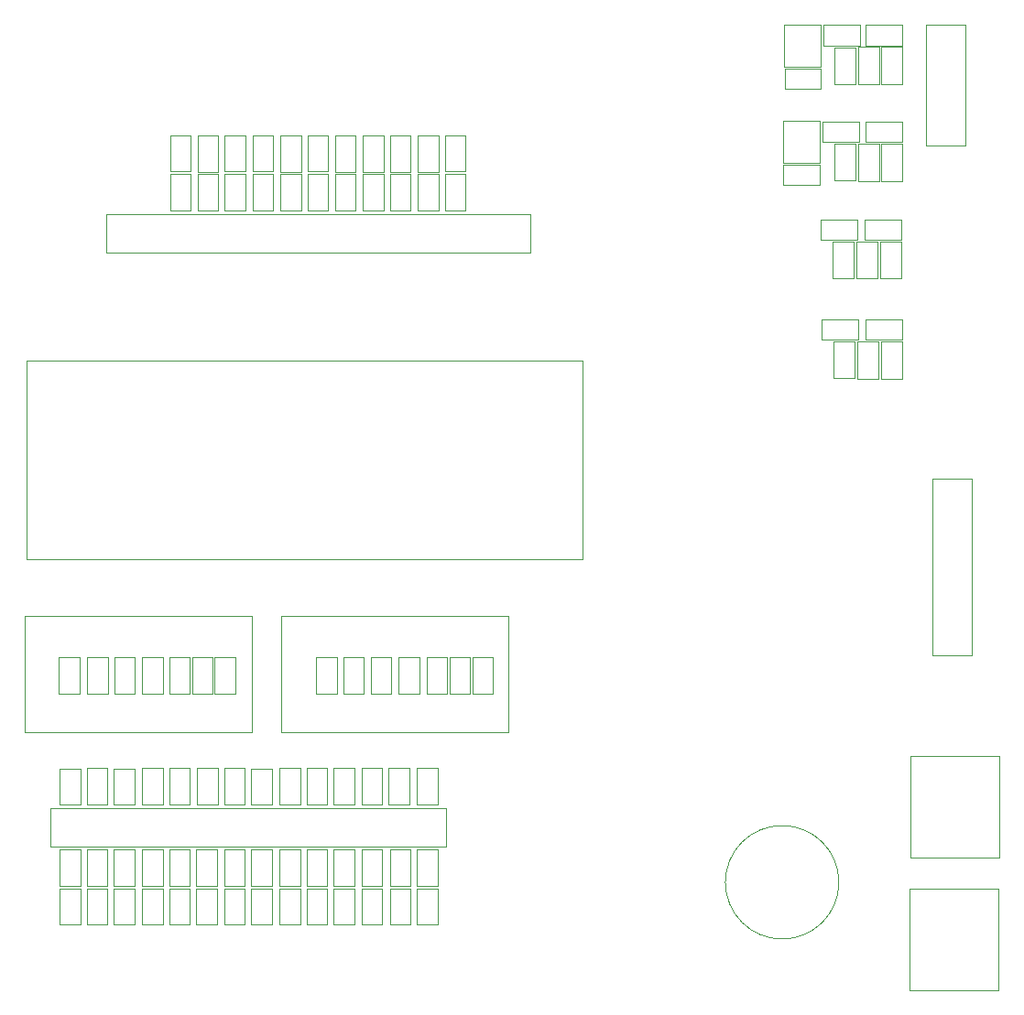
<source format=gbr>
G04 #@! TF.GenerationSoftware,KiCad,Pcbnew,8.0.6*
G04 #@! TF.CreationDate,2024-12-02T12:53:20+01:00*
G04 #@! TF.ProjectId,PCB_Tester,5043425f-5465-4737-9465-722e6b696361,rev?*
G04 #@! TF.SameCoordinates,Original*
G04 #@! TF.FileFunction,Other,User*
%FSLAX46Y46*%
G04 Gerber Fmt 4.6, Leading zero omitted, Abs format (unit mm)*
G04 Created by KiCad (PCBNEW 8.0.6) date 2024-12-02 12:53:20*
%MOMM*%
%LPD*%
G01*
G04 APERTURE LIST*
%ADD10C,0.050000*%
G04 APERTURE END LIST*
D10*
G04 #@! TO.C,J6*
X178700000Y-85600000D02*
X178700000Y-101900000D01*
X178700000Y-101900000D02*
X182300000Y-101900000D01*
X182300000Y-85600000D02*
X178700000Y-85600000D01*
X182300000Y-101900000D02*
X182300000Y-85600000D01*
G04 #@! TO.C,C9*
X170050000Y-122932323D02*
G75*
G02*
X159550000Y-122932323I-5250000J0D01*
G01*
X159550000Y-122932323D02*
G75*
G02*
X170050000Y-122932323I5250000J0D01*
G01*
G04 #@! TO.C,J5*
X176550000Y-132950000D02*
X184800000Y-132950000D01*
X184800000Y-132950000D02*
X184800000Y-123550000D01*
X176550000Y-123550000D02*
X176550000Y-132950000D01*
X184800000Y-123550000D02*
X176550000Y-123550000D01*
G04 #@! TO.C,J4*
X176650000Y-120650000D02*
X184900000Y-120650000D01*
X184900000Y-120650000D02*
X184900000Y-111250000D01*
X176650000Y-111250000D02*
X176650000Y-120650000D01*
X184900000Y-111250000D02*
X176650000Y-111250000D01*
G04 #@! TO.C,R27*
X128530000Y-119892500D02*
X130430000Y-119892500D01*
X128530000Y-123252500D02*
X128530000Y-119892500D01*
X130430000Y-119892500D02*
X130430000Y-123252500D01*
X130430000Y-123252500D02*
X128530000Y-123252500D01*
G04 #@! TO.C,R49*
X118450000Y-57432500D02*
X120350000Y-57432500D01*
X118450000Y-60792500D02*
X118450000Y-57432500D01*
X120350000Y-57432500D02*
X120350000Y-60792500D01*
X120350000Y-60792500D02*
X118450000Y-60792500D01*
G04 #@! TO.C,D8*
X115730000Y-123492500D02*
X117630000Y-123492500D01*
X115730000Y-126852500D02*
X115730000Y-123492500D01*
X117630000Y-123492500D02*
X117630000Y-126852500D01*
X117630000Y-126852500D02*
X115730000Y-126852500D01*
G04 #@! TO.C,D11*
X123330000Y-123492500D02*
X125230000Y-123492500D01*
X123330000Y-126852500D02*
X123330000Y-123492500D01*
X125230000Y-123492500D02*
X125230000Y-126852500D01*
X125230000Y-126852500D02*
X123330000Y-126852500D01*
G04 #@! TO.C,R29*
X168520000Y-52550000D02*
X171880000Y-52550000D01*
X168520000Y-54450000D02*
X168520000Y-52550000D01*
X171880000Y-52550000D02*
X171880000Y-54450000D01*
X171880000Y-54450000D02*
X168520000Y-54450000D01*
G04 #@! TO.C,R45*
X128550000Y-57432500D02*
X130450000Y-57432500D01*
X128550000Y-60792500D02*
X128550000Y-57432500D01*
X130450000Y-57432500D02*
X130450000Y-60792500D01*
X130450000Y-60792500D02*
X128550000Y-60792500D01*
G04 #@! TO.C,R20*
X110630000Y-119880000D02*
X112530000Y-119880000D01*
X110630000Y-123240000D02*
X110630000Y-119880000D01*
X112530000Y-119880000D02*
X112530000Y-123240000D01*
X112530000Y-123240000D02*
X110630000Y-123240000D01*
G04 #@! TO.C,R5*
X108130000Y-112380000D02*
X110030000Y-112380000D01*
X108130000Y-115740000D02*
X108130000Y-112380000D01*
X110030000Y-112380000D02*
X110030000Y-115740000D01*
X110030000Y-115740000D02*
X108130000Y-115740000D01*
G04 #@! TO.C,R1*
X98030000Y-112405000D02*
X99930000Y-112405000D01*
X98030000Y-115765000D02*
X98030000Y-112405000D01*
X99930000Y-112405000D02*
X99930000Y-115765000D01*
X99930000Y-115765000D02*
X98030000Y-115765000D01*
G04 #@! TO.C,D17*
X128550000Y-53857500D02*
X130450000Y-53857500D01*
X128550000Y-57217500D02*
X128550000Y-53857500D01*
X130450000Y-53857500D02*
X130450000Y-57217500D01*
X130450000Y-57217500D02*
X128550000Y-57217500D01*
G04 #@! TO.C,J2*
X102350000Y-61100000D02*
X102350000Y-64700000D01*
X102350000Y-64700000D02*
X141500000Y-64700000D01*
X141500000Y-61100000D02*
X102350000Y-61100000D01*
X141500000Y-64700000D02*
X141500000Y-61100000D01*
G04 #@! TO.C,R57*
X105650000Y-102107500D02*
X107550000Y-102107500D01*
X105650000Y-105467500D02*
X105650000Y-102107500D01*
X107550000Y-102107500D02*
X107550000Y-105467500D01*
X107550000Y-105467500D02*
X105650000Y-105467500D01*
G04 #@! TO.C,C6*
X173920000Y-54650000D02*
X175880000Y-54650000D01*
X173920000Y-58050000D02*
X173920000Y-54650000D01*
X175880000Y-54650000D02*
X175880000Y-58050000D01*
X175880000Y-58050000D02*
X173920000Y-58050000D01*
G04 #@! TO.C,R43*
X164907500Y-56550000D02*
X168267500Y-56550000D01*
X164907500Y-58450000D02*
X164907500Y-56550000D01*
X168267500Y-56550000D02*
X168267500Y-58450000D01*
X168267500Y-58450000D02*
X164907500Y-58450000D01*
G04 #@! TO.C,D2*
X100530000Y-123492500D02*
X102430000Y-123492500D01*
X100530000Y-126852500D02*
X100530000Y-123492500D01*
X102430000Y-123492500D02*
X102430000Y-126852500D01*
X102430000Y-126852500D02*
X100530000Y-126852500D01*
G04 #@! TO.C,C5*
X171820000Y-54650000D02*
X173780000Y-54650000D01*
X171820000Y-58050000D02*
X171820000Y-54650000D01*
X173780000Y-54650000D02*
X173780000Y-58050000D01*
X173780000Y-58050000D02*
X171820000Y-58050000D01*
G04 #@! TO.C,R25*
X123330000Y-119892500D02*
X125230000Y-119892500D01*
X123330000Y-123252500D02*
X123330000Y-119892500D01*
X125230000Y-119892500D02*
X125230000Y-123252500D01*
X125230000Y-123252500D02*
X123330000Y-123252500D01*
G04 #@! TO.C,D13*
X128530000Y-123492500D02*
X130430000Y-123492500D01*
X128530000Y-126852500D02*
X128530000Y-123492500D01*
X130430000Y-123492500D02*
X130430000Y-126852500D01*
X130430000Y-126852500D02*
X128530000Y-126852500D01*
G04 #@! TO.C,R55*
X100550000Y-102132500D02*
X102450000Y-102132500D01*
X100550000Y-105492500D02*
X100550000Y-102132500D01*
X102450000Y-102132500D02*
X102450000Y-105492500D01*
X102450000Y-105492500D02*
X100550000Y-105492500D01*
G04 #@! TO.C,R46*
X126050000Y-57432500D02*
X127950000Y-57432500D01*
X126050000Y-60792500D02*
X126050000Y-57432500D01*
X127950000Y-57432500D02*
X127950000Y-60792500D01*
X127950000Y-60792500D02*
X126050000Y-60792500D01*
G04 #@! TO.C,R8*
X115730000Y-112405000D02*
X117630000Y-112405000D01*
X115730000Y-115765000D02*
X115730000Y-112405000D01*
X117630000Y-112405000D02*
X117630000Y-115765000D01*
X117630000Y-115765000D02*
X115730000Y-115765000D01*
G04 #@! TO.C,D19*
X123450000Y-53857500D02*
X125350000Y-53857500D01*
X123450000Y-57217500D02*
X123450000Y-53857500D01*
X125350000Y-53857500D02*
X125350000Y-57217500D01*
X125350000Y-57217500D02*
X123450000Y-57217500D01*
G04 #@! TO.C,R54*
X97950000Y-102107500D02*
X99850000Y-102107500D01*
X97950000Y-105467500D02*
X97950000Y-102107500D01*
X99850000Y-102107500D02*
X99850000Y-105467500D01*
X99850000Y-105467500D02*
X97950000Y-105467500D01*
G04 #@! TO.C,C1*
X171645000Y-63675000D02*
X173605000Y-63675000D01*
X171645000Y-67075000D02*
X171645000Y-63675000D01*
X173605000Y-63675000D02*
X173605000Y-67075000D01*
X173605000Y-67075000D02*
X171645000Y-67075000D01*
G04 #@! TO.C,D7*
X113230000Y-123492500D02*
X115130000Y-123492500D01*
X113230000Y-126852500D02*
X113230000Y-123492500D01*
X115130000Y-123492500D02*
X115130000Y-126852500D01*
X115130000Y-126852500D02*
X113230000Y-126852500D01*
G04 #@! TO.C,C4*
X173945000Y-72925000D02*
X175905000Y-72925000D01*
X173945000Y-76325000D02*
X173945000Y-72925000D01*
X175905000Y-72925000D02*
X175905000Y-76325000D01*
X175905000Y-76325000D02*
X173945000Y-76325000D01*
G04 #@! TO.C,R47*
X123450000Y-57432500D02*
X125350000Y-57432500D01*
X123450000Y-60792500D02*
X123450000Y-57432500D01*
X125350000Y-57432500D02*
X125350000Y-60792500D01*
X125350000Y-60792500D02*
X123450000Y-60792500D01*
G04 #@! TO.C,R26*
X125930000Y-119892500D02*
X127830000Y-119892500D01*
X125930000Y-123252500D02*
X125930000Y-119892500D01*
X127830000Y-119892500D02*
X127830000Y-123252500D01*
X127830000Y-123252500D02*
X125930000Y-123252500D01*
G04 #@! TO.C,D5*
X108130000Y-123492500D02*
X110030000Y-123492500D01*
X108130000Y-126852500D02*
X108130000Y-123492500D01*
X110030000Y-123492500D02*
X110030000Y-126852500D01*
X110030000Y-126852500D02*
X108130000Y-126852500D01*
G04 #@! TO.C,R17*
X103030000Y-119892500D02*
X104930000Y-119892500D01*
X103030000Y-123252500D02*
X103030000Y-119892500D01*
X104930000Y-119892500D02*
X104930000Y-123252500D01*
X104930000Y-123252500D02*
X103030000Y-123252500D01*
G04 #@! TO.C,R42*
X172545000Y-70825000D02*
X175905000Y-70825000D01*
X172545000Y-72725000D02*
X172545000Y-70825000D01*
X175905000Y-70825000D02*
X175905000Y-72725000D01*
X175905000Y-72725000D02*
X172545000Y-72725000D01*
G04 #@! TO.C,R63*
X126750000Y-102132500D02*
X128650000Y-102132500D01*
X126750000Y-105492500D02*
X126750000Y-102132500D01*
X128650000Y-102132500D02*
X128650000Y-105492500D01*
X128650000Y-105492500D02*
X126750000Y-105492500D01*
G04 #@! TO.C,R36*
X169650000Y-45707500D02*
X171550000Y-45707500D01*
X169650000Y-49067500D02*
X169650000Y-45707500D01*
X171550000Y-45707500D02*
X171550000Y-49067500D01*
X171550000Y-49067500D02*
X169650000Y-49067500D01*
G04 #@! TO.C,J1*
X97140000Y-116072500D02*
X97140000Y-119672500D01*
X97140000Y-119672500D02*
X133740000Y-119672500D01*
X133740000Y-116072500D02*
X97140000Y-116072500D01*
X133740000Y-119672500D02*
X133740000Y-116072500D01*
G04 #@! TO.C,R12*
X125930000Y-112380000D02*
X127830000Y-112380000D01*
X125930000Y-115740000D02*
X125930000Y-112380000D01*
X127830000Y-112380000D02*
X127830000Y-115740000D01*
X127830000Y-115740000D02*
X125930000Y-115740000D01*
G04 #@! TO.C,R10*
X120830000Y-112392500D02*
X122730000Y-112392500D01*
X120830000Y-115752500D02*
X120830000Y-112392500D01*
X122730000Y-112392500D02*
X122730000Y-115752500D01*
X122730000Y-115752500D02*
X120830000Y-115752500D01*
G04 #@! TO.C,R67*
X136150000Y-102132500D02*
X138050000Y-102132500D01*
X136150000Y-105492500D02*
X136150000Y-102132500D01*
X138050000Y-102132500D02*
X138050000Y-105492500D01*
X138050000Y-105492500D02*
X136150000Y-105492500D01*
G04 #@! TO.C,R37*
X172507500Y-43625000D02*
X175867500Y-43625000D01*
X172507500Y-45525000D02*
X172507500Y-43625000D01*
X175867500Y-43625000D02*
X175867500Y-45525000D01*
X175867500Y-45525000D02*
X172507500Y-45525000D01*
G04 #@! TO.C,R28*
X131030000Y-119880000D02*
X132930000Y-119880000D01*
X131030000Y-123240000D02*
X131030000Y-119880000D01*
X132930000Y-119880000D02*
X132930000Y-123240000D01*
X132930000Y-123240000D02*
X131030000Y-123240000D01*
G04 #@! TO.C,R19*
X108130000Y-119880000D02*
X110030000Y-119880000D01*
X108130000Y-123240000D02*
X108130000Y-119880000D01*
X110030000Y-119880000D02*
X110030000Y-123240000D01*
X110030000Y-123240000D02*
X108130000Y-123240000D01*
G04 #@! TO.C,R58*
X108150000Y-102132500D02*
X110050000Y-102132500D01*
X108150000Y-105492500D02*
X108150000Y-102132500D01*
X110050000Y-102132500D02*
X110050000Y-105492500D01*
X110050000Y-105492500D02*
X108150000Y-105492500D01*
G04 #@! TO.C,D20*
X120950000Y-53820000D02*
X122850000Y-53820000D01*
X120950000Y-57180000D02*
X120950000Y-53820000D01*
X122850000Y-53820000D02*
X122850000Y-57180000D01*
X122850000Y-57180000D02*
X120950000Y-57180000D01*
G04 #@! TO.C,U3*
X146390000Y-93050000D02*
X146390000Y-74700000D01*
X146390000Y-74700000D02*
X94940000Y-74700000D01*
X94940000Y-93050000D02*
X146390000Y-93050000D01*
X94940000Y-74700000D02*
X94940000Y-93050000D01*
G04 #@! TO.C,D9*
X118330000Y-123492500D02*
X120230000Y-123492500D01*
X118330000Y-126852500D02*
X118330000Y-123492500D01*
X120230000Y-123492500D02*
X120230000Y-126852500D01*
X120230000Y-126852500D02*
X118330000Y-126852500D01*
G04 #@! TO.C,D6*
X110630000Y-123492500D02*
X112530000Y-123492500D01*
X110630000Y-126852500D02*
X110630000Y-123492500D01*
X112530000Y-123492500D02*
X112530000Y-126852500D01*
X112530000Y-126852500D02*
X110630000Y-126852500D01*
G04 #@! TO.C,R15*
X98030000Y-119892500D02*
X99930000Y-119892500D01*
X98030000Y-123252500D02*
X98030000Y-119892500D01*
X99930000Y-119892500D02*
X99930000Y-123252500D01*
X99930000Y-123252500D02*
X98030000Y-123252500D01*
G04 #@! TO.C,R39*
X131150000Y-57432500D02*
X133050000Y-57432500D01*
X131150000Y-60792500D02*
X131150000Y-57432500D01*
X133050000Y-57432500D02*
X133050000Y-60792500D01*
X133050000Y-60792500D02*
X131150000Y-60792500D01*
G04 #@! TO.C,D10*
X120830000Y-123492500D02*
X122730000Y-123492500D01*
X120830000Y-126852500D02*
X120830000Y-123492500D01*
X122730000Y-123492500D02*
X122730000Y-126852500D01*
X122730000Y-126852500D02*
X120830000Y-126852500D01*
G04 #@! TO.C,U2*
X118500000Y-98330000D02*
X118500000Y-109030000D01*
X118500000Y-109030000D02*
X139500000Y-109030000D01*
X139500000Y-98330000D02*
X118500000Y-98330000D01*
X139500000Y-109030000D02*
X139500000Y-98330000D01*
G04 #@! TO.C,R61*
X121750000Y-102132500D02*
X123650000Y-102132500D01*
X121750000Y-105492500D02*
X121750000Y-102132500D01*
X123650000Y-102132500D02*
X123650000Y-105492500D01*
X123650000Y-105492500D02*
X121750000Y-105492500D01*
G04 #@! TO.C,R9*
X118330000Y-112392500D02*
X120230000Y-112392500D01*
X118330000Y-115752500D02*
X118330000Y-112392500D01*
X120230000Y-112392500D02*
X120230000Y-115752500D01*
X120230000Y-115752500D02*
X118330000Y-115752500D01*
G04 #@! TO.C,R7*
X113230000Y-112380000D02*
X115130000Y-112380000D01*
X113230000Y-115740000D02*
X113230000Y-112380000D01*
X115130000Y-112380000D02*
X115130000Y-115740000D01*
X115130000Y-115740000D02*
X113230000Y-115740000D01*
G04 #@! TO.C,D3*
X103030000Y-123492500D02*
X104930000Y-123492500D01*
X103030000Y-126852500D02*
X103030000Y-123492500D01*
X104930000Y-123492500D02*
X104930000Y-126852500D01*
X104930000Y-126852500D02*
X103030000Y-126852500D01*
G04 #@! TO.C,R56*
X103050000Y-102132500D02*
X104950000Y-102132500D01*
X103050000Y-105492500D02*
X103050000Y-102132500D01*
X104950000Y-102132500D02*
X104950000Y-105492500D01*
X104950000Y-105492500D02*
X103050000Y-105492500D01*
G04 #@! TO.C,R59*
X110250000Y-102132500D02*
X112150000Y-102132500D01*
X110250000Y-105492500D02*
X110250000Y-102132500D01*
X112150000Y-102132500D02*
X112150000Y-105492500D01*
X112150000Y-105492500D02*
X110250000Y-105492500D01*
G04 #@! TO.C,C8*
X173920000Y-45675000D02*
X175880000Y-45675000D01*
X173920000Y-49075000D02*
X173920000Y-45675000D01*
X175880000Y-45675000D02*
X175880000Y-49075000D01*
X175880000Y-49075000D02*
X173920000Y-49075000D01*
G04 #@! TO.C,D21*
X118450000Y-53857500D02*
X120350000Y-53857500D01*
X118450000Y-57217500D02*
X118450000Y-53857500D01*
X120350000Y-53857500D02*
X120350000Y-57217500D01*
X120350000Y-57217500D02*
X118450000Y-57217500D01*
G04 #@! TO.C,R50*
X115850000Y-57420000D02*
X117750000Y-57420000D01*
X115850000Y-60780000D02*
X115850000Y-57420000D01*
X117750000Y-57420000D02*
X117750000Y-60780000D01*
X117750000Y-60780000D02*
X115850000Y-60780000D01*
G04 #@! TO.C,R60*
X112350000Y-102132500D02*
X114250000Y-102132500D01*
X112350000Y-105492500D02*
X112350000Y-102132500D01*
X114250000Y-102132500D02*
X114250000Y-105492500D01*
X114250000Y-105492500D02*
X112350000Y-105492500D01*
G04 #@! TO.C,R64*
X129350000Y-102132500D02*
X131250000Y-102132500D01*
X129350000Y-105492500D02*
X129350000Y-102132500D01*
X131250000Y-102132500D02*
X131250000Y-105492500D01*
X131250000Y-105492500D02*
X129350000Y-105492500D01*
G04 #@! TO.C,R51*
X113250000Y-57420000D02*
X115150000Y-57420000D01*
X113250000Y-60780000D02*
X113250000Y-57420000D01*
X115150000Y-57420000D02*
X115150000Y-60780000D01*
X115150000Y-60780000D02*
X113250000Y-60780000D01*
G04 #@! TO.C,R48*
X120950000Y-57432500D02*
X122850000Y-57432500D01*
X120950000Y-60792500D02*
X120950000Y-57432500D01*
X122850000Y-57432500D02*
X122850000Y-60792500D01*
X122850000Y-60792500D02*
X120950000Y-60792500D01*
G04 #@! TO.C,R35*
X168607500Y-43625000D02*
X171967500Y-43625000D01*
X168607500Y-45525000D02*
X168607500Y-43625000D01*
X171967500Y-43625000D02*
X171967500Y-45525000D01*
X171967500Y-45525000D02*
X168607500Y-45525000D01*
G04 #@! TO.C,R44*
X165020000Y-47650000D02*
X168380000Y-47650000D01*
X165020000Y-49550000D02*
X165020000Y-47650000D01*
X168380000Y-47650000D02*
X168380000Y-49550000D01*
X168380000Y-49550000D02*
X165020000Y-49550000D01*
G04 #@! TO.C,D4*
X105630000Y-123492500D02*
X107530000Y-123492500D01*
X105630000Y-126852500D02*
X105630000Y-123492500D01*
X107530000Y-123492500D02*
X107530000Y-126852500D01*
X107530000Y-126852500D02*
X105630000Y-126852500D01*
G04 #@! TO.C,R23*
X118330000Y-119905000D02*
X120230000Y-119905000D01*
X118330000Y-123265000D02*
X118330000Y-119905000D01*
X120230000Y-119905000D02*
X120230000Y-123265000D01*
X120230000Y-123265000D02*
X118330000Y-123265000D01*
G04 #@! TO.C,R62*
X124250000Y-102132500D02*
X126150000Y-102132500D01*
X124250000Y-105492500D02*
X124250000Y-102132500D01*
X126150000Y-102132500D02*
X126150000Y-105492500D01*
X126150000Y-105492500D02*
X124250000Y-105492500D01*
G04 #@! TO.C,J3*
X178100000Y-43600000D02*
X178100000Y-54800000D01*
X178100000Y-54800000D02*
X181700000Y-54800000D01*
X181700000Y-43600000D02*
X178100000Y-43600000D01*
X181700000Y-54800000D02*
X181700000Y-43600000D01*
G04 #@! TO.C,R53*
X108250000Y-57432500D02*
X110150000Y-57432500D01*
X108250000Y-60792500D02*
X108250000Y-57432500D01*
X110150000Y-57432500D02*
X110150000Y-60792500D01*
X110150000Y-60792500D02*
X108250000Y-60792500D01*
G04 #@! TO.C,R40*
X168457500Y-70825000D02*
X171817500Y-70825000D01*
X168457500Y-72725000D02*
X168457500Y-70825000D01*
X171817500Y-70825000D02*
X171817500Y-72725000D01*
X171817500Y-72725000D02*
X168457500Y-72725000D01*
G04 #@! TO.C,D16*
X131150000Y-53857500D02*
X133050000Y-53857500D01*
X131150000Y-57217500D02*
X131150000Y-53857500D01*
X133050000Y-53857500D02*
X133050000Y-57217500D01*
X133050000Y-57217500D02*
X131150000Y-57217500D01*
G04 #@! TO.C,D23*
X113250000Y-53820000D02*
X115150000Y-53820000D01*
X113250000Y-57180000D02*
X113250000Y-53820000D01*
X115150000Y-53820000D02*
X115150000Y-57180000D01*
X115150000Y-57180000D02*
X113250000Y-57180000D01*
G04 #@! TO.C,U1*
X94780000Y-98310000D02*
X94780000Y-109010000D01*
X94780000Y-109010000D02*
X115780000Y-109010000D01*
X115780000Y-98310000D02*
X94780000Y-98310000D01*
X115780000Y-109010000D02*
X115780000Y-98310000D01*
G04 #@! TO.C,D14*
X131030000Y-123492500D02*
X132930000Y-123492500D01*
X131030000Y-126852500D02*
X131030000Y-123492500D01*
X132930000Y-123492500D02*
X132930000Y-126852500D01*
X132930000Y-126852500D02*
X131030000Y-126852500D01*
G04 #@! TO.C,R66*
X134050000Y-102132500D02*
X135950000Y-102132500D01*
X134050000Y-105492500D02*
X134050000Y-102132500D01*
X135950000Y-102132500D02*
X135950000Y-105492500D01*
X135950000Y-105492500D02*
X134050000Y-105492500D01*
G04 #@! TO.C,R16*
X100530000Y-119892500D02*
X102430000Y-119892500D01*
X100530000Y-123252500D02*
X100530000Y-119892500D01*
X102430000Y-119892500D02*
X102430000Y-123252500D01*
X102430000Y-123252500D02*
X100530000Y-123252500D01*
G04 #@! TO.C,R30*
X169650000Y-54632500D02*
X171550000Y-54632500D01*
X169650000Y-57992500D02*
X169650000Y-54632500D01*
X171550000Y-54632500D02*
X171550000Y-57992500D01*
X171550000Y-57992500D02*
X169650000Y-57992500D01*
G04 #@! TO.C,C3*
X171745000Y-72925000D02*
X173705000Y-72925000D01*
X171745000Y-76325000D02*
X171745000Y-72925000D01*
X173705000Y-72925000D02*
X173705000Y-76325000D01*
X173705000Y-76325000D02*
X171745000Y-76325000D01*
G04 #@! TO.C,D12*
X125930000Y-123492500D02*
X127830000Y-123492500D01*
X125930000Y-126852500D02*
X125930000Y-123492500D01*
X127830000Y-123492500D02*
X127830000Y-126852500D01*
X127830000Y-126852500D02*
X125930000Y-126852500D01*
G04 #@! TO.C,Q1*
X164900000Y-52517500D02*
X164900000Y-56357500D01*
X164900000Y-56357500D02*
X168300000Y-56357500D01*
X168300000Y-52517500D02*
X164900000Y-52517500D01*
X168300000Y-56357500D02*
X168300000Y-52517500D01*
G04 #@! TO.C,D25*
X108250000Y-53820000D02*
X110150000Y-53820000D01*
X108250000Y-57180000D02*
X108250000Y-53820000D01*
X110150000Y-53820000D02*
X110150000Y-57180000D01*
X110150000Y-57180000D02*
X108250000Y-57180000D01*
G04 #@! TO.C,D24*
X110750000Y-53857500D02*
X112650000Y-53857500D01*
X110750000Y-57217500D02*
X110750000Y-53857500D01*
X112650000Y-53857500D02*
X112650000Y-57217500D01*
X112650000Y-57217500D02*
X110750000Y-57217500D01*
G04 #@! TO.C,R2*
X100530000Y-112392500D02*
X102430000Y-112392500D01*
X100530000Y-115752500D02*
X100530000Y-112392500D01*
X102430000Y-112392500D02*
X102430000Y-115752500D01*
X102430000Y-115752500D02*
X100530000Y-115752500D01*
G04 #@! TO.C,D18*
X126050000Y-53857500D02*
X127950000Y-53857500D01*
X126050000Y-57217500D02*
X126050000Y-53857500D01*
X127950000Y-53857500D02*
X127950000Y-57217500D01*
X127950000Y-57217500D02*
X126050000Y-57217500D01*
G04 #@! TO.C,R34*
X172520000Y-52550000D02*
X175880000Y-52550000D01*
X172520000Y-54450000D02*
X172520000Y-52550000D01*
X175880000Y-52550000D02*
X175880000Y-54450000D01*
X175880000Y-54450000D02*
X172520000Y-54450000D01*
G04 #@! TO.C,C2*
X173845000Y-63675000D02*
X175805000Y-63675000D01*
X173845000Y-67075000D02*
X173845000Y-63675000D01*
X175805000Y-63675000D02*
X175805000Y-67075000D01*
X175805000Y-67075000D02*
X173845000Y-67075000D01*
G04 #@! TO.C,C7*
X171820000Y-45675000D02*
X173780000Y-45675000D01*
X171820000Y-49075000D02*
X171820000Y-45675000D01*
X173780000Y-45675000D02*
X173780000Y-49075000D01*
X173780000Y-49075000D02*
X171820000Y-49075000D01*
G04 #@! TO.C,R13*
X128430000Y-112392500D02*
X130330000Y-112392500D01*
X128430000Y-115752500D02*
X128430000Y-112392500D01*
X130330000Y-112392500D02*
X130330000Y-115752500D01*
X130330000Y-115752500D02*
X128430000Y-115752500D01*
G04 #@! TO.C,R3*
X103030000Y-112405000D02*
X104930000Y-112405000D01*
X103030000Y-115765000D02*
X103030000Y-112405000D01*
X104930000Y-112405000D02*
X104930000Y-115765000D01*
X104930000Y-115765000D02*
X103030000Y-115765000D01*
G04 #@! TO.C,R21*
X113230000Y-119880000D02*
X115130000Y-119880000D01*
X113230000Y-123240000D02*
X113230000Y-119880000D01*
X115130000Y-119880000D02*
X115130000Y-123240000D01*
X115130000Y-123240000D02*
X113230000Y-123240000D01*
G04 #@! TO.C,R6*
X110730000Y-112380000D02*
X112630000Y-112380000D01*
X110730000Y-115740000D02*
X110730000Y-112380000D01*
X112630000Y-112380000D02*
X112630000Y-115740000D01*
X112630000Y-115740000D02*
X110730000Y-115740000D01*
G04 #@! TO.C,R33*
X172432500Y-61625000D02*
X175792500Y-61625000D01*
X172432500Y-63525000D02*
X172432500Y-61625000D01*
X175792500Y-61625000D02*
X175792500Y-63525000D01*
X175792500Y-63525000D02*
X172432500Y-63525000D01*
G04 #@! TO.C,R18*
X105630000Y-119880000D02*
X107530000Y-119880000D01*
X105630000Y-123240000D02*
X105630000Y-119880000D01*
X107530000Y-119880000D02*
X107530000Y-123240000D01*
X107530000Y-123240000D02*
X105630000Y-123240000D01*
G04 #@! TO.C,R32*
X169475000Y-63682500D02*
X171375000Y-63682500D01*
X169475000Y-67042500D02*
X169475000Y-63682500D01*
X171375000Y-63682500D02*
X171375000Y-67042500D01*
X171375000Y-67042500D02*
X169475000Y-67042500D01*
G04 #@! TO.C,R52*
X110750000Y-57432500D02*
X112650000Y-57432500D01*
X110750000Y-60792500D02*
X110750000Y-57432500D01*
X112650000Y-57432500D02*
X112650000Y-60792500D01*
X112650000Y-60792500D02*
X110750000Y-60792500D01*
G04 #@! TO.C,D22*
X115850000Y-53820000D02*
X117750000Y-53820000D01*
X115850000Y-57180000D02*
X115850000Y-53820000D01*
X117750000Y-53820000D02*
X117750000Y-57180000D01*
X117750000Y-57180000D02*
X115850000Y-57180000D01*
G04 #@! TO.C,D15*
X133650000Y-53820000D02*
X135550000Y-53820000D01*
X133650000Y-57180000D02*
X133650000Y-53820000D01*
X135550000Y-53820000D02*
X135550000Y-57180000D01*
X135550000Y-57180000D02*
X133650000Y-57180000D01*
G04 #@! TO.C,R14*
X131030000Y-112380000D02*
X132930000Y-112380000D01*
X131030000Y-115740000D02*
X131030000Y-112380000D01*
X132930000Y-112380000D02*
X132930000Y-115740000D01*
X132930000Y-115740000D02*
X131030000Y-115740000D01*
G04 #@! TO.C,R4*
X105630000Y-112380000D02*
X107530000Y-112380000D01*
X105630000Y-115740000D02*
X105630000Y-112380000D01*
X107530000Y-112380000D02*
X107530000Y-115740000D01*
X107530000Y-115740000D02*
X105630000Y-115740000D01*
G04 #@! TO.C,D1*
X98030000Y-123492500D02*
X99930000Y-123492500D01*
X98030000Y-126852500D02*
X98030000Y-123492500D01*
X99930000Y-123492500D02*
X99930000Y-126852500D01*
X99930000Y-126852500D02*
X98030000Y-126852500D01*
G04 #@! TO.C,R38*
X133650000Y-57420000D02*
X135550000Y-57420000D01*
X133650000Y-60780000D02*
X133650000Y-57420000D01*
X135550000Y-57420000D02*
X135550000Y-60780000D01*
X135550000Y-60780000D02*
X133650000Y-60780000D01*
G04 #@! TO.C,R41*
X169575000Y-72907500D02*
X171475000Y-72907500D01*
X169575000Y-76267500D02*
X169575000Y-72907500D01*
X171475000Y-72907500D02*
X171475000Y-76267500D01*
X171475000Y-76267500D02*
X169575000Y-76267500D01*
G04 #@! TO.C,R22*
X115730000Y-119880000D02*
X117630000Y-119880000D01*
X115730000Y-123240000D02*
X115730000Y-119880000D01*
X117630000Y-119880000D02*
X117630000Y-123240000D01*
X117630000Y-123240000D02*
X115730000Y-123240000D01*
G04 #@! TO.C,Q2*
X165000000Y-43617500D02*
X165000000Y-47457500D01*
X165000000Y-47457500D02*
X168400000Y-47457500D01*
X168400000Y-43617500D02*
X165000000Y-43617500D01*
X168400000Y-47457500D02*
X168400000Y-43617500D01*
G04 #@! TO.C,R24*
X120830000Y-119892500D02*
X122730000Y-119892500D01*
X120830000Y-123252500D02*
X120830000Y-119892500D01*
X122730000Y-119892500D02*
X122730000Y-123252500D01*
X122730000Y-123252500D02*
X120830000Y-123252500D01*
G04 #@! TO.C,R11*
X123330000Y-112392500D02*
X125230000Y-112392500D01*
X123330000Y-115752500D02*
X123330000Y-112392500D01*
X125230000Y-112392500D02*
X125230000Y-115752500D01*
X125230000Y-115752500D02*
X123330000Y-115752500D01*
G04 #@! TO.C,R31*
X168357500Y-61625000D02*
X171717500Y-61625000D01*
X168357500Y-63525000D02*
X168357500Y-61625000D01*
X171717500Y-61625000D02*
X171717500Y-63525000D01*
X171717500Y-63525000D02*
X168357500Y-63525000D01*
G04 #@! TO.C,R65*
X131950000Y-102132500D02*
X133850000Y-102132500D01*
X131950000Y-105492500D02*
X131950000Y-102132500D01*
X133850000Y-102132500D02*
X133850000Y-105492500D01*
X133850000Y-105492500D02*
X131950000Y-105492500D01*
G04 #@! TD*
M02*

</source>
